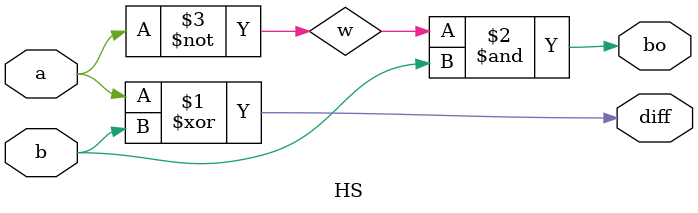
<source format=v>
`timescale 1ns / 1ps


module HS(input a,b, output diff,bo);
wire w;

not(w,a);
xor(diff,a,b);
and(bo,w,b);
endmodule

</source>
